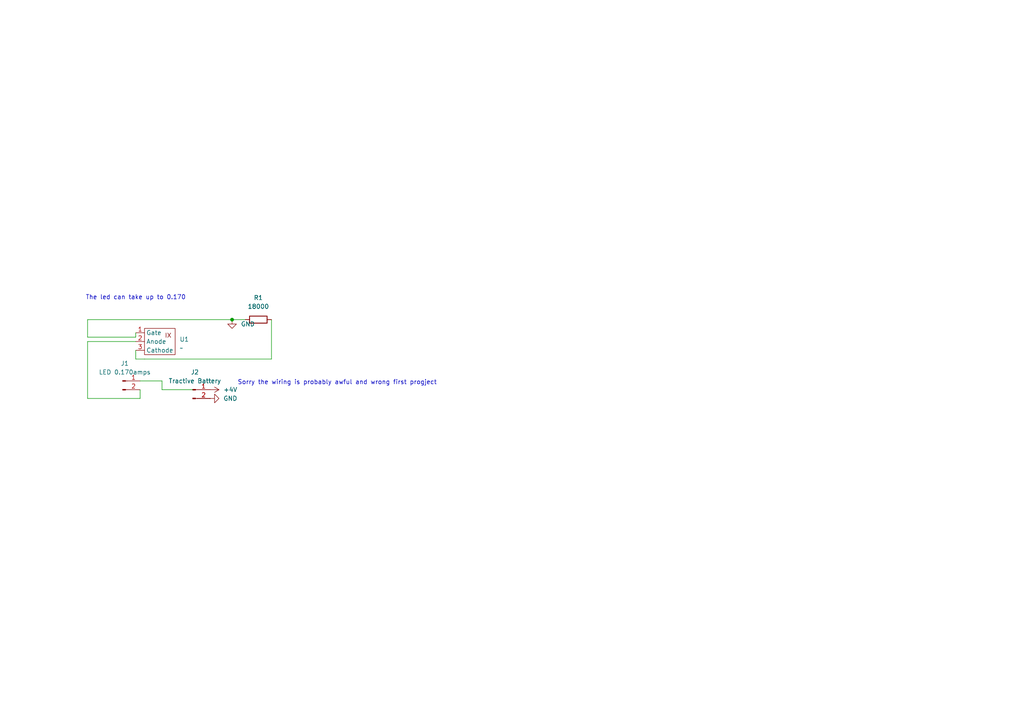
<source format=kicad_sch>
(kicad_sch (version 20250114) (generator "eeschema") (generator_version "9.0")
  (paper "A4")
  (lib_symbols
    (symbol "Connector:Conn_01x02_Pin" (pin_names (offset 1.016) (hide yes))
      (property "Reference" "J" (at 0 2.54 0))
      (property "Value" "Conn_01x02_Pin" (at 0 -5.08 0))
      (symbol "Conn_01x02_Pin_1_1"
        (rectangle (start 0.8636 0.127) (end 0 -0.127) (stroke (width 0.1524)) (fill (type outline)))
        (rectangle (start 0.8636 -2.413) (end 0 -2.667) (stroke (width 0.1524)) (fill (type outline)))
        (polyline (pts (xy 1.27 0) (xy 0.8636 0)) (stroke (width 0.1524)))
        (polyline (pts (xy 1.27 -2.54) (xy 0.8636 -2.54)) (stroke (width 0.1524)))
        (pin passive line (at 5.08 0 180) (length 3.81) (name "Pin_1") (number "1"))
        (pin passive line (at 5.08 -2.54 180) (length 3.81) (name "Pin_2") (number "2"))
      )
    )
    (symbol "Device:R" (pin_numbers (hide yes)) (pin_names (offset 0))
      (property "Reference" "R" (at 2.032 0 90))
      (property "Value" "R" (at 0 0 90))
      (symbol "R_0_1"
        (rectangle (start -1.016 -2.54) (end 1.016 2.54) (stroke (width 0.254)))
      )
      (symbol "R_1_1"
        (pin passive line (at 0 3.81 270) (length 1.27) (name "~") (number "1"))
        (pin passive line (at 0 -3.81 90) (length 1.27) (name "~") (number "2"))
      )
    )
    (symbol "IXCP10M90S:IXCP10M90S"
      (property "Reference" "U" (at 0 0 0))
      (symbol "IXCP10M90S_0_1"
        (rectangle (start 2.54 5.08) (end 11.43 -2.54))
        (rectangle (start 2.54 -3.81) (end 2.54 -3.81))
      )
      (symbol "IXCP10M90S_1_1"
        (text "IX" (at 9.398 3.048 0) (effects (font (size 1.27 1.27))))
        (pin input line (at 0 3.81 0) (length 2.54) (name "Gate") (number "1"))
        (pin input line (at 0 1.27 0) (length 2.54) (name "Anode") (number "2"))
        (pin input line (at 0 -1.27 0) (length 2.54) (name "Cathode") (number "3"))
      )
    )
    (symbol "power:+4V" (power) (pin_numbers (hide yes)) (pin_names (offset 0) (hide yes))
      (property "Value" "+4V" (at 0 3.556 0))
      (symbol "+4V_0_1"
        (polyline (pts (xy -0.762 1.27) (xy 0 2.54)))
        (polyline (pts (xy 0 2.54) (xy 0.762 1.27)))
        (polyline (pts (xy 0 0) (xy 0 2.54)))
      )
      (symbol "+4V_1_1"
        (pin power_in line (at 0 0 90) (length 0) (name "~") (number "1"))
      )
    )
    (symbol "power:GND" (power) (pin_numbers (hide yes)) (pin_names (offset 0) (hide yes))
      (property "Value" "GND" (at 0 -3.81 0))
      (symbol "GND_0_1"
        (polyline (pts (xy 0 0) (xy 0 -1.27) (xy 1.27 -1.27) (xy 0 -2.54) (xy -1.27 -1.27) (xy 0 -1.27)))
      )
      (symbol "GND_1_1"
        (pin power_in line (at 0 0 270) (length 0) (name "~") (number "1"))
      )
    )
  )
  (text "Sorry the wiring is probably awful and wrong first progject " (at 98.298 110.998 0) (effects (font (size 1.27 1.27))))
  (text "The led can take up to 0.170" (at 39.37 86.36 0) (effects (font (size 1.27 1.27))))
  (junction (at 67.31 92.71))
  (wire (pts (xy 25.4 92.71) (xy 25.4 97.79)))
  (wire (pts (xy 46.99 113.03) (xy 55.88 113.03)))
  (wire (pts (xy 25.4 92.71) (xy 67.31 92.71)))
  (wire (pts (xy 39.37 97.79) (xy 39.37 96.52)))
  (wire (pts (xy 39.37 101.6) (xy 39.37 104.14)))
  (wire (pts (xy 78.74 104.14) (xy 78.74 92.71)))
  (wire (pts (xy 25.4 97.79) (xy 39.37 97.79)))
  (wire (pts (xy 67.31 92.71) (xy 71.12 92.71)))
  (wire (pts (xy 39.37 104.14) (xy 78.74 104.14)))
  (wire (pts (xy 25.4 99.06) (xy 39.37 99.06)))
  (wire (pts (xy 40.64 115.57) (xy 25.4 115.57)))
  (wire (pts (xy 40.64 110.49) (xy 46.99 110.49)))
  (wire (pts (xy 25.4 115.57) (xy 25.4 99.06)))
  (wire (pts (xy 46.99 110.49) (xy 46.99 113.03)))
  (wire (pts (xy 40.64 113.03) (xy 40.64 115.57)))
  (symbol (lib_id "Connector:Conn_01x02_Pin") (at 55.88 113.03 0) (unit 1)
    (property "Reference" "J2" (at 56.515 107.95 0))
    (property "Value" "Tractive Battery" (at 56.515 110.49 0))
    (property "Footprint" "Resistor_SMD:R_0201_0603Metric" (effects (hide yes)))
    (property "Description" "Generic connector, single row, 01x02, script generated" (effects (hide yes)))
  )
  (symbol (lib_id "power:GND") (at 60.96 115.57 90) (unit 1)
    (property "Reference" "#PWR02" (effects (hide yes)))
    (property "Value" "GND" (at 64.77 115.5699 90) (effects (justify right)))
    (property "Description" "Power symbol creates a global label with name \"GND\" , ground" (effects (hide yes)))
  )
  (symbol (lib_id "power:+4V") (at 60.96 113.03 270) (unit 1)
    (property "Reference" "#PWR01" (effects (hide yes)))
    (property "Value" "+4V" (at 64.77 113.0299 90) (effects (justify left)))
    (property "Description" "Power symbol creates a global label with name \"+4V\"" (effects (hide yes)))
  )
  (symbol (lib_id "power:GND") (at 67.31 92.71 0) (unit 1)
    (property "Reference" "#PWR03" (effects (hide yes)))
    (property "Value" "GND" (at 69.85 93.9799 0) (effects (justify left)))
    (property "Description" "Power symbol creates a global label with name \"GND\" , ground" (effects (hide yes)))
  )
  (symbol (lib_id "Connector:Conn_01x02_Pin") (at 35.56 110.49 0) (unit 1)
    (property "Reference" "J1" (at 36.195 105.41 0))
    (property "Value" "LED 0.170amps" (at 36.195 107.95 0))
    (property "Footprint" "Resistor_SMD:R_0201_0603Metric" (effects (hide yes)))
    (property "Description" "Generic connector, single row, 01x02, script generated" (effects (hide yes)))
  )
  (symbol (lib_id "IXCP10M90S:IXCP10M90S") (at 39.37 100.33 0) (unit 1)
    (property "Reference" "U1" (at 52.07 98.4249 0) (effects (justify left)))
    (property "Value" "~" (at 52.07 100.9649 0) (effects (justify left)))
    (property "Footprint" "Package_TO_SOT_SMD:TO-252-2" (effects (hide yes)))
    (property "Datasheet" "https://cdn.discordapp.com/attachments/1408313445073424384/1412639720609157202/image.png?ex=68c2ea02&is=68c19882&hm=00e835de8b5881e37c218f0f823475d6e63430bfb3ab5b3b2abf3995d780bc38&" (effects (hide yes)))
    (property "Description" "used for HV indicator" (effects (hide yes)))
  )
  (symbol (lib_id "Device:R") (at 74.93 92.71 90) (unit 1)
    (property "Reference" "R1" (at 74.93 86.36 90))
    (property "Value" "18000" (at 74.93 88.9 90))
    (property "Footprint" "Resistor_SMD:R_0201_0603Metric" (effects (hide yes)))
    (property "Description" "Resistor" (effects (hide yes)))
  )
)
</source>
